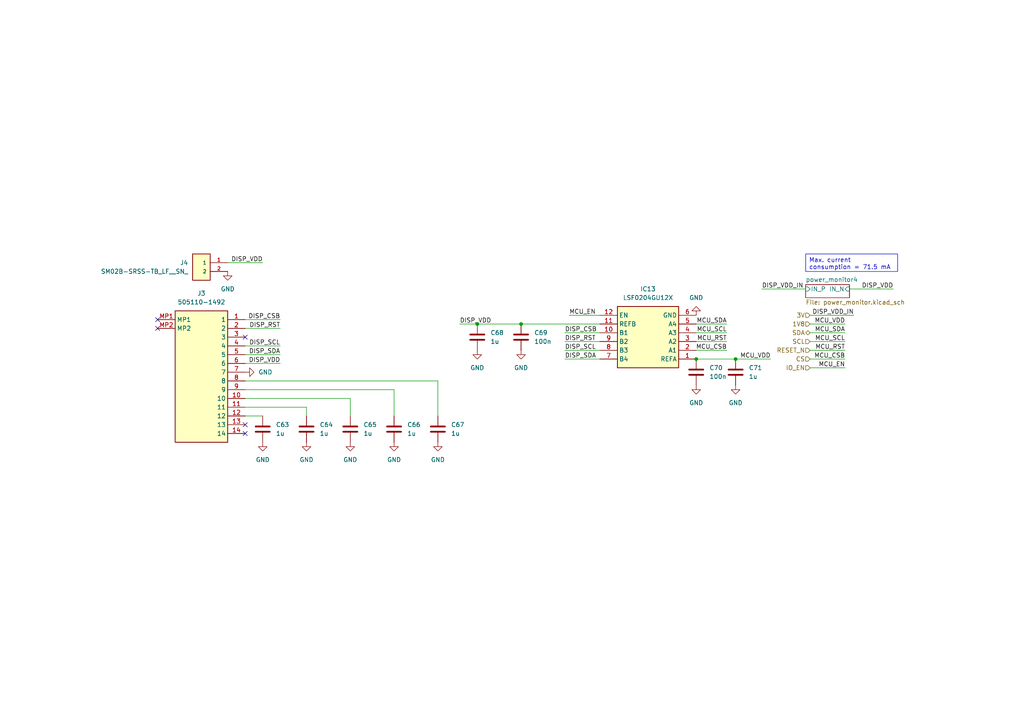
<source format=kicad_sch>
(kicad_sch (version 20231120) (generator "eeschema") (generator_version "8.0")
  (paper "A4")
  (title_block (title "Open Running Watch") (rev "A"))
  (lib_symbols
    (symbol "505110-1492:505110-1492"
      (property "Reference" "J" (at 21.59 7.62 0))
      (property "Value" "505110-1492" (at 21.59 5.08 0))
      (symbol "505110-1492_1_1"
        (rectangle (start 5.08 2.54) (end 20.32 -35.56) (stroke (width 0.254)) (fill (type background)))
        (pin passive line (at 25.4 0 180) (length 5.08) (name "1") (number "1"))
        (pin passive line (at 25.4 -22.86 180) (length 5.08) (name "10") (number "10"))
        (pin passive line (at 25.4 -25.4 180) (length 5.08) (name "11") (number "11"))
        (pin passive line (at 25.4 -27.94 180) (length 5.08) (name "12") (number "12"))
        (pin passive line (at 25.4 -30.48 180) (length 5.08) (name "13") (number "13"))
        (pin passive line (at 25.4 -33.02 180) (length 5.08) (name "14") (number "14"))
        (pin passive line (at 25.4 -2.54 180) (length 5.08) (name "2") (number "2"))
        (pin passive line (at 25.4 -5.08 180) (length 5.08) (name "3") (number "3"))
        (pin passive line (at 25.4 -7.62 180) (length 5.08) (name "4") (number "4"))
        (pin passive line (at 25.4 -10.16 180) (length 5.08) (name "5") (number "5"))
        (pin passive line (at 25.4 -12.7 180) (length 5.08) (name "6") (number "6"))
        (pin passive line (at 25.4 -15.24 180) (length 5.08) (name "7") (number "7"))
        (pin passive line (at 25.4 -17.78 180) (length 5.08) (name "8") (number "8"))
        (pin passive line (at 25.4 -20.32 180) (length 5.08) (name "9") (number "9"))
        (pin passive line (at 0 0 0) (length 5.08) (name "MP1") (number "MP1"))
        (pin passive line (at 0 -2.54 0) (length 5.08) (name "MP2") (number "MP2"))
      )
    )
    (symbol "Device:C" (pin_numbers hide) (pin_names (offset 0.254))
      (property "Reference" "C" (at 0.635 2.54 0))
      (property "Value" "C" (at 0.635 -2.54 0))
      (symbol "C_0_1"
        (polyline (pts (xy -2.032 -0.762) (xy 2.032 -0.762)) (stroke (width 0.508)))
        (polyline (pts (xy -2.032 0.762) (xy 2.032 0.762)) (stroke (width 0.508)))
      )
      (symbol "C_1_1"
        (pin passive line (at 0 3.81 270) (length 2.794) (name "~") (number "1"))
        (pin passive line (at 0 -3.81 90) (length 2.794) (name "~") (number "2"))
      )
    )
    (symbol "LSF0204GU12X:LSF0204GU12X"
      (property "Reference" "IC" (at 24.13 7.62 0))
      (property "Value" "LSF0204GU12X" (at 24.13 5.08 0))
      (symbol "LSF0204GU12X_1_1"
        (rectangle (start 5.08 2.54) (end 22.86 -15.24) (stroke (width 0.254)) (fill (type background)))
        (pin passive line (at 0 0 0) (length 5.08) (name "REFA") (number "1"))
        (pin passive line (at 27.94 -7.62 180) (length 5.08) (name "B1") (number "10"))
        (pin passive line (at 27.94 -10.16 180) (length 5.08) (name "REFB") (number "11"))
        (pin passive line (at 27.94 -12.7 180) (length 5.08) (name "EN") (number "12"))
        (pin passive line (at 0 -2.54 0) (length 5.08) (name "A1") (number "2"))
        (pin passive line (at 0 -5.08 0) (length 5.08) (name "A2") (number "3"))
        (pin passive line (at 0 -7.62 0) (length 5.08) (name "A3") (number "4"))
        (pin passive line (at 0 -10.16 0) (length 5.08) (name "A4") (number "5"))
        (pin passive line (at 0 -12.7 0) (length 5.08) (name "GND") (number "6"))
        (pin passive line (at 27.94 0 180) (length 5.08) (name "B4") (number "7"))
        (pin passive line (at 27.94 -2.54 180) (length 5.08) (name "B3") (number "8"))
        (pin passive line (at 27.94 -5.08 180) (length 5.08) (name "B2") (number "9"))
      )
    )
    (symbol "SM02B-SRSS-TB_LF__SN_:SM02B-SRSS-TB_LF__SN_" (pin_names (offset 1.016))
      (property "Reference" "J" (at 11.4936 5.1092 0))
      (property "Value" "SM02B-SRSS-TB_LF__SN_" (at 11.4908 2.5582 0))
      (symbol "SM02B-SRSS-TB_LF__SN__0_0"
        (rectangle (start 5.08 0) (end 10.16 7.62) (stroke (width 0.254)) (fill (type background)))
        (pin bidirectional line (at 0 5.08 0) (length 5.08) (name "1") (number "1"))
        (pin bidirectional line (at 0 2.54 0) (length 5.08) (name "2") (number "2"))
      )
    )
    (symbol "power:GND" (power) (pin_numbers hide) (pin_names (offset 0) hide)
      (property "Value" "GND" (at 0 -3.81 0))
      (symbol "GND_0_1"
        (polyline (pts (xy 0 0) (xy 0 -1.27) (xy 1.27 -1.27) (xy 0 -2.54) (xy -1.27 -1.27) (xy 0 -1.27)))
      )
      (symbol "GND_1_1"
        (pin power_in line (at 0 0 270) (length 0) (name "~") (number "1"))
      )
    )
  )
  (junction (at 151.13 93.98))
  (junction (at 138.43 93.98))
  (junction (at 213.36 104.14))
  (junction (at 201.93 104.14))
  (no_connect (at 71.12 123.19))
  (no_connect (at 71.12 97.79))
  (no_connect (at 71.12 125.73))
  (no_connect (at 45.72 92.71))
  (no_connect (at 45.72 95.25))
  (wire (pts (xy 259.08 83.82) (xy 246.38 83.82)))
  (wire (pts (xy 138.43 93.98) (xy 151.13 93.98)))
  (wire (pts (xy 71.12 92.71) (xy 81.28 92.71)))
  (wire (pts (xy 173.99 93.98) (xy 151.13 93.98)))
  (wire (pts (xy 163.83 99.06) (xy 173.99 99.06)))
  (wire (pts (xy 201.93 93.98) (xy 210.82 93.98)))
  (wire (pts (xy 223.52 104.14) (xy 213.36 104.14)))
  (wire (pts (xy 127 110.49) (xy 127 120.65)))
  (wire (pts (xy 114.3 113.03) (xy 114.3 120.65)))
  (wire (pts (xy 71.12 118.11) (xy 88.9 118.11)))
  (wire (pts (xy 234.95 99.06) (xy 245.11 99.06)))
  (wire (pts (xy 71.12 102.87) (xy 81.28 102.87)))
  (wire (pts (xy 88.9 118.11) (xy 88.9 120.65)))
  (wire (pts (xy 163.83 96.52) (xy 173.99 96.52)))
  (wire (pts (xy 101.6 115.57) (xy 101.6 120.65)))
  (wire (pts (xy 220.98 83.82) (xy 233.68 83.82)))
  (wire (pts (xy 76.2 76.2) (xy 66.04 76.2)))
  (wire (pts (xy 133.35 93.98) (xy 138.43 93.98)))
  (wire (pts (xy 201.93 104.14) (xy 213.36 104.14)))
  (wire (pts (xy 234.95 106.68) (xy 245.11 106.68)))
  (wire (pts (xy 234.95 104.14) (xy 245.11 104.14)))
  (wire (pts (xy 201.93 96.52) (xy 210.82 96.52)))
  (wire (pts (xy 201.93 101.6) (xy 210.82 101.6)))
  (wire (pts (xy 71.12 105.41) (xy 81.28 105.41)))
  (wire (pts (xy 71.12 115.57) (xy 101.6 115.57)))
  (wire (pts (xy 234.95 96.52) (xy 245.11 96.52)))
  (wire (pts (xy 71.12 120.65) (xy 76.2 120.65)))
  (wire (pts (xy 71.12 110.49) (xy 127 110.49)))
  (wire (pts (xy 201.93 99.06) (xy 210.82 99.06)))
  (wire (pts (xy 71.12 113.03) (xy 114.3 113.03)))
  (wire (pts (xy 71.12 95.25) (xy 81.28 95.25)))
  (wire (pts (xy 234.95 93.98) (xy 245.11 93.98)))
  (wire (pts (xy 234.95 91.44) (xy 247.65 91.44)))
  (wire (pts (xy 163.83 101.6) (xy 173.99 101.6)))
  (wire (pts (xy 165.1 91.44) (xy 173.99 91.44)))
  (wire (pts (xy 234.95 101.6) (xy 245.11 101.6)))
  (wire (pts (xy 71.12 100.33) (xy 81.28 100.33)))
  (wire (pts (xy 163.83 104.14) (xy 173.99 104.14)))
  (text_box "Max. current consumption = 71.5 mA" (at 233.68 73.66 0) (size 26.67 5.08) (effects (font (size 1.27 1.27)) (justify left top)))
  (label "MCU_EN" (at 165.1 91.44 0))
  (label "MCU_EN" (at 245.11 106.68 180))
  (label "DISP_VDD_IN" (at 220.98 83.82 0))
  (label "DISP_RST" (at 81.28 95.25 180))
  (label "DISP_CSB" (at 163.83 96.52 0))
  (label "MCU_RST" (at 210.82 99.06 180))
  (label "MCU_SCL" (at 245.11 99.06 180))
  (label "DISP_CSB" (at 81.28 92.71 180))
  (label "MCU_RST" (at 245.11 101.6 180))
  (label "DISP_VDD" (at 81.28 105.41 180))
  (label "DISP_SCL" (at 81.28 100.33 180))
  (label "DISP_RST" (at 163.83 99.06 0))
  (label "MCU_CSB" (at 210.82 101.6 180))
  (label "MCU_SDA" (at 210.82 93.98 180))
  (label "DISP_VDD" (at 76.2 76.2 180))
  (label "MCU_SDA" (at 245.11 96.52 180))
  (label "DISP_SDA" (at 81.28 102.87 180))
  (label "MCU_VDD" (at 223.52 104.14 180))
  (label "MCU_VDD" (at 245.11 93.98 180))
  (label "MCU_SCL" (at 210.82 96.52 180))
  (label "DISP_VDD_IN" (at 247.65 91.44 180))
  (label "DISP_VDD" (at 259.08 83.82 180))
  (label "DISP_SCL" (at 163.83 101.6 0))
  (label "MCU_CSB" (at 245.11 104.14 180))
  (label "DISP_VDD" (at 133.35 93.98 0))
  (label "DISP_SDA" (at 163.83 104.14 0))
  (hierarchical_label "CS" (shape input) (at 234.95 104.14 180))
  (hierarchical_label "SDA" (shape bidirectional) (at 234.95 96.52 180))
  (hierarchical_label "1V8" (shape input) (at 234.95 93.98 180))
  (hierarchical_label "RESET_N" (shape input) (at 234.95 101.6 180))
  (hierarchical_label "IO_EN" (shape input) (at 234.95 106.68 180))
  (hierarchical_label "3V" (shape input) (at 234.95 91.44 180))
  (hierarchical_label "SCL" (shape input) (at 234.95 99.06 180))
  (symbol (lib_id "power:GND") (at 114.3 128.27 0) (unit 1)
    (property "Reference" "#PWR0128" (effects (hide yes)))
    (property "Value" "GND" (at 114.3 133.35 0))
    (property "Description" "Power symbol creates a global label with name \"GND\" , ground" (effects (hide yes)))
  )
  (symbol (lib_id "Device:C") (at 213.36 107.95 180) (unit 1)
    (property "Reference" "C71" (at 217.17 106.6799 0) (effects (justify right)))
    (property "Value" "1u" (at 217.17 109.2199 0) (effects (justify right)))
    (property "Footprint" "Capacitor_SMD:C_0603_1608Metric_Pad1.08x0.95mm_HandSolder" (effects (hide yes)))
    (property "Description" "Unpolarized capacitor" (effects (hide yes)))
    (property "Manufacturer_Part_Number" "C0603C105K4RACTU" (effects (hide yes)))
  )
  (symbol (lib_id "power:GND") (at 76.2 128.27 0) (unit 1)
    (property "Reference" "#PWR0125" (effects (hide yes)))
    (property "Value" "GND" (at 76.2 133.35 0))
    (property "Description" "Power symbol creates a global label with name \"GND\" , ground" (effects (hide yes)))
  )
  (symbol (lib_id "Device:C") (at 127 124.46 180) (unit 1)
    (property "Reference" "C67" (at 130.81 123.1899 0) (effects (justify right)))
    (property "Value" "1u" (at 130.81 125.7299 0) (effects (justify right)))
    (property "Footprint" "Capacitor_SMD:C_0603_1608Metric_Pad1.08x0.95mm_HandSolder" (effects (hide yes)))
    (property "Description" "Unpolarized capacitor" (effects (hide yes)))
    (property "Manufacturer_Part_Number" "C0603C105K4RACTU" (effects (hide yes)))
  )
  (symbol (lib_id "power:GND") (at 127 128.27 0) (unit 1)
    (property "Reference" "#PWR0129" (effects (hide yes)))
    (property "Value" "GND" (at 127 133.35 0))
    (property "Description" "Power symbol creates a global label with name \"GND\" , ground" (effects (hide yes)))
  )
  (symbol (lib_id "power:GND") (at 151.13 101.6 0) (unit 1)
    (property "Reference" "#PWR0131" (effects (hide yes)))
    (property "Value" "GND" (at 151.13 106.68 0))
    (property "Description" "Power symbol creates a global label with name \"GND\" , ground" (effects (hide yes)))
  )
  (symbol (lib_id "power:GND") (at 138.43 101.6 0) (unit 1)
    (property "Reference" "#PWR0130" (effects (hide yes)))
    (property "Value" "GND" (at 138.43 106.68 0))
    (property "Description" "Power symbol creates a global label with name \"GND\" , ground" (effects (hide yes)))
  )
  (symbol (lib_id "power:GND") (at 213.36 111.76 0) (unit 1)
    (property "Reference" "#PWR0134" (effects (hide yes)))
    (property "Value" "GND" (at 213.36 116.84 0))
    (property "Description" "Power symbol creates a global label with name \"GND\" , ground" (effects (hide yes)))
  )
  (symbol (lib_id "power:GND") (at 88.9 128.27 0) (unit 1)
    (property "Reference" "#PWR0126" (effects (hide yes)))
    (property "Value" "GND" (at 88.9 133.35 0))
    (property "Description" "Power symbol creates a global label with name \"GND\" , ground" (effects (hide yes)))
  )
  (symbol (lib_id "Device:C") (at 201.93 107.95 180) (unit 1)
    (property "Reference" "C70" (at 205.74 106.6799 0) (effects (justify right)))
    (property "Value" "100n" (at 205.74 109.2199 0) (effects (justify right)))
    (property "Footprint" "Capacitor_SMD:C_0402_1005Metric_Pad0.74x0.62mm_HandSolder" (effects (hide yes)))
    (property "Description" "Unpolarized capacitor" (effects (hide yes)))
    (property "Manufacturer_Part_Number" "GRM155R71A104MA01D " (effects (hide yes)))
  )
  (symbol (lib_id "LSF0204GU12X:LSF0204GU12X") (at 201.93 104.14 180) (unit 1)
    (property "Reference" "IC13" (at 187.96 83.82 0))
    (property "Value" "LSF0204GU12X" (at 187.96 86.36 0))
    (property "Footprint" "LSF0204GU12X:LSF0204GU12X" (effects (hide yes)))
    (property "Datasheet" "https://assets.nexperia.com/documents/data-sheet/LSF0204.pdf" (effects (hide yes)))
    (property "Description" "LSF0204 - 4-bit bidirectional multi-voltage level translator; open-drain; push-pull@en-us" (effects (hide yes)))
    (property "Height" "0.5" (effects (hide yes)))
    (property "Mouser Part Number" "771-LSF0204GU12X" (effects (hide yes)))
    (property "Mouser Price/Stock" "https://www.mouser.co.uk/ProductDetail/Nexperia/LSF0204GU12X?qs=sPbYRqrBIVlGw1uFCBevEQ%3D%3D" (effects (hide yes)))
    (property "Manufacturer_Name" "Nexperia" (effects (hide yes)))
    (property "Manufacturer_Part_Number" "LSF0204GU12X" (effects (hide yes)))
  )
  (symbol (lib_id "Device:C") (at 151.13 97.79 180) (unit 1)
    (property "Reference" "C69" (at 154.94 96.5199 0) (effects (justify right)))
    (property "Value" "100n" (at 154.94 99.0599 0) (effects (justify right)))
    (property "Footprint" "Capacitor_SMD:C_0402_1005Metric_Pad0.74x0.62mm_HandSolder" (effects (hide yes)))
    (property "Description" "Unpolarized capacitor" (effects (hide yes)))
    (property "Manufacturer_Part_Number" "GRM155R71A104MA01D " (effects (hide yes)))
  )
  (symbol (lib_id "power:GND") (at 201.93 91.44 180) (unit 1)
    (property "Reference" "#PWR0132" (effects (hide yes)))
    (property "Value" "GND" (at 201.93 86.36 0))
    (property "Description" "Power symbol creates a global label with name \"GND\" , ground" (effects (hide yes)))
  )
  (symbol (lib_id "Device:C") (at 101.6 124.46 180) (unit 1)
    (property "Reference" "C65" (at 105.41 123.1899 0) (effects (justify right)))
    (property "Value" "1u" (at 105.41 125.7299 0) (effects (justify right)))
    (property "Footprint" "Capacitor_SMD:C_0603_1608Metric_Pad1.08x0.95mm_HandSolder" (effects (hide yes)))
    (property "Description" "Unpolarized capacitor" (effects (hide yes)))
    (property "Manufacturer_Part_Number" "C0603C105K4RACTU" (effects (hide yes)))
  )
  (symbol (lib_id "SM02B-SRSS-TB_LF__SN_:SM02B-SRSS-TB_LF__SN_") (at 66.04 81.28 0) (mirror y) (unit 1)
    (property "Reference" "J4" (at 54.61 76.1999 0) (effects (justify left)))
    (property "Value" "SM02B-SRSS-TB_LF__SN_" (at 54.61 78.7399 0) (effects (justify left)))
    (property "Footprint" "SM02B-SRSS-TB:SM02B-SRSS-TB_LF__SN_" (effects (hide yes)))
    (property "Manufacturer_Part_Number" "SM02B-SRSS-TB" (effects (hide yes)))
    (property "MF" "JST Sales" (effects (hide yes)))
    (property "DESCRIPTION" "SH Series 2 Position 1 mm Pitch Surface Mount Side Entry Shrouded Header" (effects (hide yes)))
    (property "PACKAGE" "None" (effects (hide yes)))
    (property "PRICE" "0.23 USD" (effects (hide yes)))
    (property "Package" "None" (effects (hide yes)))
    (property "Check_prices" "https://www.snapeda.com/parts/SM02B-SRSS-TB(LF)(SN)/JST+Sales+America+Inc./view-part/?ref=eda" (effects (hide yes)))
    (property "Price" "None" (effects (hide yes)))
    (property "SnapEDA_Link" "https://www.snapeda.com/parts/SM02B-SRSS-TB(LF)(SN)/JST+Sales+America+Inc./view-part/?ref=snap" (effects (hide yes)))
    (property "MP" "SM02B-SRSS-TB(LF)(SN)" (effects (hide yes)))
    (property "Availability" "In Stock" (effects (hide yes)))
    (property "AVAILABILITY" "Good" (effects (hide yes)))
    (property "Description_1" "\nConnector Header Surface Mount, Right Angle 2 position 0.039 (1.00mm)\n" (effects (hide yes)))
  )
  (symbol (lib_id "Device:C") (at 114.3 124.46 180) (unit 1)
    (property "Reference" "C66" (at 118.11 123.1899 0) (effects (justify right)))
    (property "Value" "1u" (at 118.11 125.7299 0) (effects (justify right)))
    (property "Footprint" "Capacitor_SMD:C_0603_1608Metric_Pad1.08x0.95mm_HandSolder" (effects (hide yes)))
    (property "Description" "Unpolarized capacitor" (effects (hide yes)))
    (property "Manufacturer_Part_Number" "C0603C105K4RACTU" (effects (hide yes)))
  )
  (symbol (lib_id "power:GND") (at 201.93 111.76 0) (unit 1)
    (property "Reference" "#PWR0133" (effects (hide yes)))
    (property "Value" "GND" (at 201.93 116.84 0))
    (property "Description" "Power symbol creates a global label with name \"GND\" , ground" (effects (hide yes)))
  )
  (symbol (lib_id "power:GND") (at 71.12 107.95 90) (unit 1)
    (property "Reference" "#PWR0124" (effects (hide yes)))
    (property "Value" "GND" (at 74.93 107.9499 90) (effects (justify right)))
    (property "Description" "Power symbol creates a global label with name \"GND\" , ground" (effects (hide yes)))
  )
  (symbol (lib_id "Device:C") (at 88.9 124.46 180) (unit 1)
    (property "Reference" "C64" (at 92.71 123.1899 0) (effects (justify right)))
    (property "Value" "1u" (at 92.71 125.7299 0) (effects (justify right)))
    (property "Footprint" "Capacitor_SMD:C_0603_1608Metric_Pad1.08x0.95mm_HandSolder" (effects (hide yes)))
    (property "Description" "Unpolarized capacitor" (effects (hide yes)))
    (property "Manufacturer_Part_Number" "C0603C105K4RACTU" (effects (hide yes)))
  )
  (symbol (lib_id "Device:C") (at 138.43 97.79 180) (unit 1)
    (property "Reference" "C68" (at 142.24 96.5199 0) (effects (justify right)))
    (property "Value" "1u" (at 142.24 99.0599 0) (effects (justify right)))
    (property "Footprint" "Capacitor_SMD:C_0603_1608Metric_Pad1.08x0.95mm_HandSolder" (effects (hide yes)))
    (property "Description" "Unpolarized capacitor" (effects (hide yes)))
    (property "Manufacturer_Part_Number" "C0603C105K4RACTU" (effects (hide yes)))
  )
  (symbol (lib_id "505110-1492:505110-1492") (at 45.72 92.71 0) (unit 1)
    (property "Reference" "J3" (at 58.42 85.09 0))
    (property "Value" "505110-1492" (at 58.42 87.63 0))
    (property "Footprint" "505110-1492:5051101492" (effects (hide yes)))
    (property "Datasheet" "https://www.molex.com/pdm_docs/sd/5051101492_sd.pdf" (effects (hide yes)))
    (property "Description" "Molex Easy-On Series 0.5mm Pitch 14 Way Right Angle SMT Male FPC Connector, ZIF Bottom Contact" (effects (hide yes)))
    (property "Height" "3.95" (effects (hide yes)))
    (property "Mouser Part Number" "538-505110-1492" (effects (hide yes)))
    (property "Mouser Price/Stock" "https://www.mouser.co.uk/ProductDetail/Molex/505110-1492?qs=RawsiUxJOFRayVL4TsmiFw%3D%3D" (effects (hide yes)))
    (property "Manufacturer_Name" "Molex" (effects (hide yes)))
    (property "Manufacturer_Part_Number" "505110-1492" (effects (hide yes)))
  )
  (symbol (lib_id "power:GND") (at 101.6 128.27 0) (unit 1)
    (property "Reference" "#PWR0127" (effects (hide yes)))
    (property "Value" "GND" (at 101.6 133.35 0))
    (property "Description" "Power symbol creates a global label with name \"GND\" , ground" (effects (hide yes)))
  )
  (symbol (lib_id "Device:C") (at 76.2 124.46 180) (unit 1)
    (property "Reference" "C63" (at 80.01 123.1899 0) (effects (justify right)))
    (property "Value" "1u" (at 80.01 125.7299 0) (effects (justify right)))
    (property "Footprint" "Capacitor_SMD:C_0603_1608Metric_Pad1.08x0.95mm_HandSolder" (effects (hide yes)))
    (property "Description" "Unpolarized capacitor" (effects (hide yes)))
    (property "Manufacturer_Part_Number" "C0603C105K4RACTU" (effects (hide yes)))
  )
  (symbol (lib_id "power:GND") (at 66.04 78.74 0) (mirror y) (unit 1)
    (property "Reference" "#PWR0123" (effects (hide yes)))
    (property "Value" "GND" (at 66.04 83.82 0))
    (property "Description" "Power symbol creates a global label with name \"GND\" , ground" (effects (hide yes)))
  )
  (sheet (at 233.68 82.55) (size 12.7 3.81) (stroke (width 0.1524))
    (property "Sheetname" "power_monitor4" (at 233.68 81.8384 0) (effects (justify left bottom)))
    (property "Sheetfile" "power_monitor.kicad_sch" (at 233.68 86.9446 0) (effects (justify left top)))
    (pin "IN_P" input (at 233.68 83.82 180))
    (pin "IN_N" input (at 246.38 83.82 0))
  )
)
</source>
